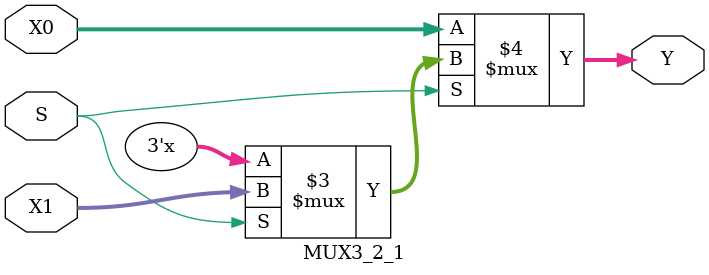
<source format=v>
`timescale 1ns / 1ps
module MUX3_2_1(X1,X0,S,Y
    );
	 input [2:0]X1,X0;
	 input S;
	 output[2:0]Y;
	 assign Y=(S==1'b0)?X0:(S==1'b1)?X1:3'bzzz;
endmodule

</source>
